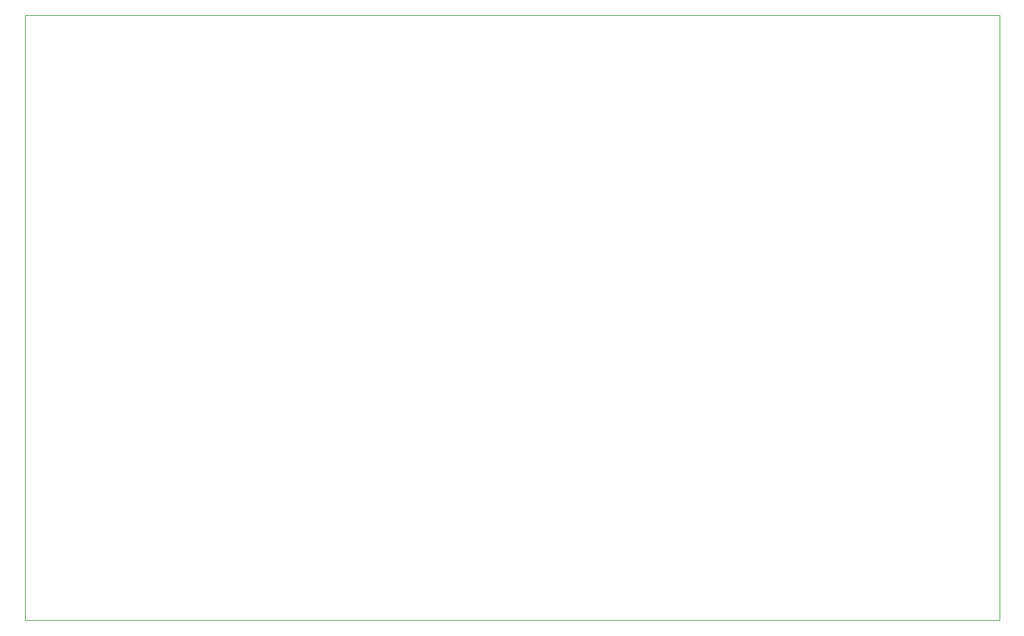
<source format=gbr>
%TF.GenerationSoftware,KiCad,Pcbnew,7.0.5*%
%TF.CreationDate,2023-07-03T18:55:38+02:00*%
%TF.ProjectId,Processor_Board,50726f63-6573-4736-9f72-5f426f617264,rev?*%
%TF.SameCoordinates,Original*%
%TF.FileFunction,Profile,NP*%
%FSLAX46Y46*%
G04 Gerber Fmt 4.6, Leading zero omitted, Abs format (unit mm)*
G04 Created by KiCad (PCBNEW 7.0.5) date 2023-07-03 18:55:38*
%MOMM*%
%LPD*%
G01*
G04 APERTURE LIST*
%TA.AperFunction,Profile*%
%ADD10C,0.100000*%
%TD*%
G04 APERTURE END LIST*
D10*
X29920000Y-38038000D02*
X155000000Y-38038000D01*
X155000000Y-115708000D01*
X29920000Y-115708000D01*
X29920000Y-38038000D01*
M02*

</source>
